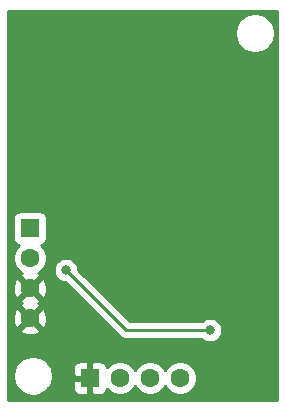
<source format=gbr>
%TF.GenerationSoftware,KiCad,Pcbnew,5.1.10*%
%TF.CreationDate,2021-09-22T17:39:45-07:00*%
%TF.ProjectId,Instrumentation-Amplifier,496e7374-7275-46d6-956e-746174696f6e,2.0*%
%TF.SameCoordinates,Original*%
%TF.FileFunction,Copper,L2,Bot*%
%TF.FilePolarity,Positive*%
%FSLAX46Y46*%
G04 Gerber Fmt 4.6, Leading zero omitted, Abs format (unit mm)*
G04 Created by KiCad (PCBNEW 5.1.10) date 2021-09-22 17:39:45*
%MOMM*%
%LPD*%
G01*
G04 APERTURE LIST*
%TA.AperFunction,ComponentPad*%
%ADD10R,1.605000X1.605000*%
%TD*%
%TA.AperFunction,ComponentPad*%
%ADD11C,1.605000*%
%TD*%
%TA.AperFunction,ViaPad*%
%ADD12C,0.800000*%
%TD*%
%TA.AperFunction,Conductor*%
%ADD13C,0.381000*%
%TD*%
%TA.AperFunction,Conductor*%
%ADD14C,0.254000*%
%TD*%
%TA.AperFunction,Conductor*%
%ADD15C,0.100000*%
%TD*%
G04 APERTURE END LIST*
D10*
%TO.P,J1,1*%
%TO.N,/+Vs*%
X106680000Y-119380000D03*
D11*
%TO.P,J1,2*%
%TO.N,/Vout*%
X106680000Y-121920000D03*
%TO.P,J1,3*%
%TO.N,Earth*%
X106680000Y-124460000D03*
%TO.P,J1,4*%
X106680000Y-127000000D03*
%TD*%
D10*
%TO.P,J2,1*%
%TO.N,Earth*%
X111760000Y-132080000D03*
D11*
%TO.P,J2,2*%
%TO.N,Net-(J2-Pad2)*%
X114300000Y-132080000D03*
%TO.P,J2,3*%
%TO.N,Net-(J2-Pad3)*%
X116840000Y-132080000D03*
%TO.P,J2,4*%
%TO.N,~*%
X119380000Y-132080000D03*
%TD*%
D12*
%TO.N,Earth*%
X118618000Y-130048000D03*
%TO.N,/Vout*%
X109728000Y-122936000D03*
X121920000Y-128016000D03*
%TD*%
D13*
%TO.N,Earth*%
X118618000Y-130048000D02*
X112268000Y-130048000D01*
X111760000Y-130556000D02*
X111760000Y-132080000D01*
X112268000Y-130048000D02*
X111760000Y-130556000D01*
D14*
%TO.N,/Vout*%
X114808000Y-128016000D02*
X121920000Y-128016000D01*
X109728000Y-122936000D02*
X114808000Y-128016000D01*
%TD*%
%TO.N,Earth*%
X127560000Y-133910000D02*
X104850000Y-133910000D01*
X104850000Y-131710842D01*
X105249000Y-131710842D01*
X105249000Y-132042758D01*
X105313754Y-132368296D01*
X105440772Y-132674947D01*
X105625175Y-132950925D01*
X105859875Y-133185625D01*
X106135853Y-133370028D01*
X106442504Y-133497046D01*
X106768042Y-133561800D01*
X107099958Y-133561800D01*
X107425496Y-133497046D01*
X107732147Y-133370028D01*
X108008125Y-133185625D01*
X108242825Y-132950925D01*
X108288545Y-132882500D01*
X110319428Y-132882500D01*
X110331688Y-133006982D01*
X110367998Y-133126680D01*
X110426963Y-133236994D01*
X110506315Y-133333685D01*
X110603006Y-133413037D01*
X110713320Y-133472002D01*
X110833018Y-133508312D01*
X110957500Y-133520572D01*
X111474250Y-133517500D01*
X111633000Y-133358750D01*
X111633000Y-132207000D01*
X110481250Y-132207000D01*
X110322500Y-132365750D01*
X110319428Y-132882500D01*
X108288545Y-132882500D01*
X108427228Y-132674947D01*
X108554246Y-132368296D01*
X108619000Y-132042758D01*
X108619000Y-131710842D01*
X108554246Y-131385304D01*
X108509593Y-131277500D01*
X110319428Y-131277500D01*
X110322500Y-131794250D01*
X110481250Y-131953000D01*
X111633000Y-131953000D01*
X111633000Y-130801250D01*
X111887000Y-130801250D01*
X111887000Y-131953000D01*
X111907000Y-131953000D01*
X111907000Y-132207000D01*
X111887000Y-132207000D01*
X111887000Y-133358750D01*
X112045750Y-133517500D01*
X112562500Y-133520572D01*
X112686982Y-133508312D01*
X112806680Y-133472002D01*
X112916994Y-133413037D01*
X113013685Y-133333685D01*
X113093037Y-133236994D01*
X113152002Y-133126680D01*
X113188312Y-133006982D01*
X113188826Y-133001758D01*
X113383647Y-133196579D01*
X113619089Y-133353896D01*
X113880697Y-133462257D01*
X114158419Y-133517500D01*
X114441581Y-133517500D01*
X114719303Y-133462257D01*
X114980911Y-133353896D01*
X115216353Y-133196579D01*
X115416579Y-132996353D01*
X115570000Y-132766742D01*
X115723421Y-132996353D01*
X115923647Y-133196579D01*
X116159089Y-133353896D01*
X116420697Y-133462257D01*
X116698419Y-133517500D01*
X116981581Y-133517500D01*
X117259303Y-133462257D01*
X117520911Y-133353896D01*
X117756353Y-133196579D01*
X117956579Y-132996353D01*
X118110000Y-132766742D01*
X118263421Y-132996353D01*
X118463647Y-133196579D01*
X118699089Y-133353896D01*
X118960697Y-133462257D01*
X119238419Y-133517500D01*
X119521581Y-133517500D01*
X119799303Y-133462257D01*
X120060911Y-133353896D01*
X120296353Y-133196579D01*
X120496579Y-132996353D01*
X120653896Y-132760911D01*
X120762257Y-132499303D01*
X120817500Y-132221581D01*
X120817500Y-131938419D01*
X120762257Y-131660697D01*
X120653896Y-131399089D01*
X120496579Y-131163647D01*
X120296353Y-130963421D01*
X120060911Y-130806104D01*
X119799303Y-130697743D01*
X119521581Y-130642500D01*
X119238419Y-130642500D01*
X118960697Y-130697743D01*
X118699089Y-130806104D01*
X118463647Y-130963421D01*
X118263421Y-131163647D01*
X118110000Y-131393258D01*
X117956579Y-131163647D01*
X117756353Y-130963421D01*
X117520911Y-130806104D01*
X117259303Y-130697743D01*
X116981581Y-130642500D01*
X116698419Y-130642500D01*
X116420697Y-130697743D01*
X116159089Y-130806104D01*
X115923647Y-130963421D01*
X115723421Y-131163647D01*
X115570000Y-131393258D01*
X115416579Y-131163647D01*
X115216353Y-130963421D01*
X114980911Y-130806104D01*
X114719303Y-130697743D01*
X114441581Y-130642500D01*
X114158419Y-130642500D01*
X113880697Y-130697743D01*
X113619089Y-130806104D01*
X113383647Y-130963421D01*
X113188826Y-131158242D01*
X113188312Y-131153018D01*
X113152002Y-131033320D01*
X113093037Y-130923006D01*
X113013685Y-130826315D01*
X112916994Y-130746963D01*
X112806680Y-130687998D01*
X112686982Y-130651688D01*
X112562500Y-130639428D01*
X112045750Y-130642500D01*
X111887000Y-130801250D01*
X111633000Y-130801250D01*
X111474250Y-130642500D01*
X110957500Y-130639428D01*
X110833018Y-130651688D01*
X110713320Y-130687998D01*
X110603006Y-130746963D01*
X110506315Y-130826315D01*
X110426963Y-130923006D01*
X110367998Y-131033320D01*
X110331688Y-131153018D01*
X110319428Y-131277500D01*
X108509593Y-131277500D01*
X108427228Y-131078653D01*
X108242825Y-130802675D01*
X108008125Y-130567975D01*
X107732147Y-130383572D01*
X107425496Y-130256554D01*
X107099958Y-130191800D01*
X106768042Y-130191800D01*
X106442504Y-130256554D01*
X106135853Y-130383572D01*
X105859875Y-130567975D01*
X105625175Y-130802675D01*
X105440772Y-131078653D01*
X105313754Y-131385304D01*
X105249000Y-131710842D01*
X104850000Y-131710842D01*
X104850000Y-127994487D01*
X105865118Y-127994487D01*
X105937004Y-128238712D01*
X106192941Y-128359862D01*
X106467596Y-128428752D01*
X106750413Y-128442738D01*
X107030524Y-128401279D01*
X107297165Y-128305970D01*
X107422996Y-128238712D01*
X107494882Y-127994487D01*
X106680000Y-127179605D01*
X105865118Y-127994487D01*
X104850000Y-127994487D01*
X104850000Y-127070413D01*
X105237262Y-127070413D01*
X105278721Y-127350524D01*
X105374030Y-127617165D01*
X105441288Y-127742996D01*
X105685513Y-127814882D01*
X106500395Y-127000000D01*
X106859605Y-127000000D01*
X107674487Y-127814882D01*
X107918712Y-127742996D01*
X108039862Y-127487059D01*
X108108752Y-127212404D01*
X108122738Y-126929587D01*
X108081279Y-126649476D01*
X107985970Y-126382835D01*
X107918712Y-126257004D01*
X107674487Y-126185118D01*
X106859605Y-127000000D01*
X106500395Y-127000000D01*
X105685513Y-126185118D01*
X105441288Y-126257004D01*
X105320138Y-126512941D01*
X105251248Y-126787596D01*
X105237262Y-127070413D01*
X104850000Y-127070413D01*
X104850000Y-125454487D01*
X105865118Y-125454487D01*
X105937004Y-125698712D01*
X105999091Y-125728102D01*
X105937004Y-125761288D01*
X105865118Y-126005513D01*
X106680000Y-126820395D01*
X107494882Y-126005513D01*
X107422996Y-125761288D01*
X107360909Y-125731898D01*
X107422996Y-125698712D01*
X107494882Y-125454487D01*
X106680000Y-124639605D01*
X105865118Y-125454487D01*
X104850000Y-125454487D01*
X104850000Y-124530413D01*
X105237262Y-124530413D01*
X105278721Y-124810524D01*
X105374030Y-125077165D01*
X105441288Y-125202996D01*
X105685513Y-125274882D01*
X106500395Y-124460000D01*
X106859605Y-124460000D01*
X107674487Y-125274882D01*
X107918712Y-125202996D01*
X108039862Y-124947059D01*
X108108752Y-124672404D01*
X108122738Y-124389587D01*
X108081279Y-124109476D01*
X107985970Y-123842835D01*
X107918712Y-123717004D01*
X107674487Y-123645118D01*
X106859605Y-124460000D01*
X106500395Y-124460000D01*
X105685513Y-123645118D01*
X105441288Y-123717004D01*
X105320138Y-123972941D01*
X105251248Y-124247596D01*
X105237262Y-124530413D01*
X104850000Y-124530413D01*
X104850000Y-118577500D01*
X105239428Y-118577500D01*
X105239428Y-120182500D01*
X105251688Y-120306982D01*
X105287998Y-120426680D01*
X105346963Y-120536994D01*
X105426315Y-120633685D01*
X105523006Y-120713037D01*
X105633320Y-120772002D01*
X105753018Y-120808312D01*
X105758242Y-120808826D01*
X105563421Y-121003647D01*
X105406104Y-121239089D01*
X105297743Y-121500697D01*
X105242500Y-121778419D01*
X105242500Y-122061581D01*
X105297743Y-122339303D01*
X105406104Y-122600911D01*
X105563421Y-122836353D01*
X105763647Y-123036579D01*
X105994272Y-123190678D01*
X105937004Y-123221288D01*
X105865118Y-123465513D01*
X106680000Y-124280395D01*
X107494882Y-123465513D01*
X107422996Y-123221288D01*
X107362660Y-123192727D01*
X107596353Y-123036579D01*
X107796579Y-122836353D01*
X107798110Y-122834061D01*
X108693000Y-122834061D01*
X108693000Y-123037939D01*
X108732774Y-123237898D01*
X108810795Y-123426256D01*
X108924063Y-123595774D01*
X109068226Y-123739937D01*
X109237744Y-123853205D01*
X109426102Y-123931226D01*
X109626061Y-123971000D01*
X109685370Y-123971000D01*
X114242721Y-128528352D01*
X114266578Y-128557422D01*
X114295648Y-128581279D01*
X114382607Y-128652645D01*
X114425879Y-128675774D01*
X114514985Y-128723402D01*
X114658622Y-128766974D01*
X114770574Y-128778000D01*
X114770577Y-128778000D01*
X114808000Y-128781686D01*
X114845423Y-128778000D01*
X121218289Y-128778000D01*
X121260226Y-128819937D01*
X121429744Y-128933205D01*
X121618102Y-129011226D01*
X121818061Y-129051000D01*
X122021939Y-129051000D01*
X122221898Y-129011226D01*
X122410256Y-128933205D01*
X122579774Y-128819937D01*
X122723937Y-128675774D01*
X122837205Y-128506256D01*
X122915226Y-128317898D01*
X122955000Y-128117939D01*
X122955000Y-127914061D01*
X122915226Y-127714102D01*
X122837205Y-127525744D01*
X122723937Y-127356226D01*
X122579774Y-127212063D01*
X122410256Y-127098795D01*
X122221898Y-127020774D01*
X122021939Y-126981000D01*
X121818061Y-126981000D01*
X121618102Y-127020774D01*
X121429744Y-127098795D01*
X121260226Y-127212063D01*
X121218289Y-127254000D01*
X115123631Y-127254000D01*
X110763000Y-122893370D01*
X110763000Y-122834061D01*
X110723226Y-122634102D01*
X110645205Y-122445744D01*
X110531937Y-122276226D01*
X110387774Y-122132063D01*
X110218256Y-122018795D01*
X110029898Y-121940774D01*
X109829939Y-121901000D01*
X109626061Y-121901000D01*
X109426102Y-121940774D01*
X109237744Y-122018795D01*
X109068226Y-122132063D01*
X108924063Y-122276226D01*
X108810795Y-122445744D01*
X108732774Y-122634102D01*
X108693000Y-122834061D01*
X107798110Y-122834061D01*
X107953896Y-122600911D01*
X108062257Y-122339303D01*
X108117500Y-122061581D01*
X108117500Y-121778419D01*
X108062257Y-121500697D01*
X107953896Y-121239089D01*
X107796579Y-121003647D01*
X107601758Y-120808826D01*
X107606982Y-120808312D01*
X107726680Y-120772002D01*
X107836994Y-120713037D01*
X107933685Y-120633685D01*
X108013037Y-120536994D01*
X108072002Y-120426680D01*
X108108312Y-120306982D01*
X108120572Y-120182500D01*
X108120572Y-118577500D01*
X108108312Y-118453018D01*
X108072002Y-118333320D01*
X108013037Y-118223006D01*
X107933685Y-118126315D01*
X107836994Y-118046963D01*
X107726680Y-117987998D01*
X107606982Y-117951688D01*
X107482500Y-117939428D01*
X105877500Y-117939428D01*
X105753018Y-117951688D01*
X105633320Y-117987998D01*
X105523006Y-118046963D01*
X105426315Y-118126315D01*
X105346963Y-118223006D01*
X105287998Y-118333320D01*
X105251688Y-118453018D01*
X105239428Y-118577500D01*
X104850000Y-118577500D01*
X104850000Y-102704042D01*
X124045000Y-102704042D01*
X124045000Y-103035958D01*
X124109754Y-103361496D01*
X124236772Y-103668147D01*
X124421175Y-103944125D01*
X124655875Y-104178825D01*
X124931853Y-104363228D01*
X125238504Y-104490246D01*
X125564042Y-104555000D01*
X125895958Y-104555000D01*
X126221496Y-104490246D01*
X126528147Y-104363228D01*
X126804125Y-104178825D01*
X127038825Y-103944125D01*
X127223228Y-103668147D01*
X127350246Y-103361496D01*
X127415000Y-103035958D01*
X127415000Y-102704042D01*
X127350246Y-102378504D01*
X127223228Y-102071853D01*
X127038825Y-101795875D01*
X126804125Y-101561175D01*
X126528147Y-101376772D01*
X126221496Y-101249754D01*
X125895958Y-101185000D01*
X125564042Y-101185000D01*
X125238504Y-101249754D01*
X124931853Y-101376772D01*
X124655875Y-101561175D01*
X124421175Y-101795875D01*
X124236772Y-102071853D01*
X124109754Y-102378504D01*
X124045000Y-102704042D01*
X104850000Y-102704042D01*
X104850000Y-101040000D01*
X127560001Y-101040000D01*
X127560000Y-133910000D01*
%TA.AperFunction,Conductor*%
D15*
G36*
X127560000Y-133910000D02*
G01*
X104850000Y-133910000D01*
X104850000Y-131710842D01*
X105249000Y-131710842D01*
X105249000Y-132042758D01*
X105313754Y-132368296D01*
X105440772Y-132674947D01*
X105625175Y-132950925D01*
X105859875Y-133185625D01*
X106135853Y-133370028D01*
X106442504Y-133497046D01*
X106768042Y-133561800D01*
X107099958Y-133561800D01*
X107425496Y-133497046D01*
X107732147Y-133370028D01*
X108008125Y-133185625D01*
X108242825Y-132950925D01*
X108288545Y-132882500D01*
X110319428Y-132882500D01*
X110331688Y-133006982D01*
X110367998Y-133126680D01*
X110426963Y-133236994D01*
X110506315Y-133333685D01*
X110603006Y-133413037D01*
X110713320Y-133472002D01*
X110833018Y-133508312D01*
X110957500Y-133520572D01*
X111474250Y-133517500D01*
X111633000Y-133358750D01*
X111633000Y-132207000D01*
X110481250Y-132207000D01*
X110322500Y-132365750D01*
X110319428Y-132882500D01*
X108288545Y-132882500D01*
X108427228Y-132674947D01*
X108554246Y-132368296D01*
X108619000Y-132042758D01*
X108619000Y-131710842D01*
X108554246Y-131385304D01*
X108509593Y-131277500D01*
X110319428Y-131277500D01*
X110322500Y-131794250D01*
X110481250Y-131953000D01*
X111633000Y-131953000D01*
X111633000Y-130801250D01*
X111887000Y-130801250D01*
X111887000Y-131953000D01*
X111907000Y-131953000D01*
X111907000Y-132207000D01*
X111887000Y-132207000D01*
X111887000Y-133358750D01*
X112045750Y-133517500D01*
X112562500Y-133520572D01*
X112686982Y-133508312D01*
X112806680Y-133472002D01*
X112916994Y-133413037D01*
X113013685Y-133333685D01*
X113093037Y-133236994D01*
X113152002Y-133126680D01*
X113188312Y-133006982D01*
X113188826Y-133001758D01*
X113383647Y-133196579D01*
X113619089Y-133353896D01*
X113880697Y-133462257D01*
X114158419Y-133517500D01*
X114441581Y-133517500D01*
X114719303Y-133462257D01*
X114980911Y-133353896D01*
X115216353Y-133196579D01*
X115416579Y-132996353D01*
X115570000Y-132766742D01*
X115723421Y-132996353D01*
X115923647Y-133196579D01*
X116159089Y-133353896D01*
X116420697Y-133462257D01*
X116698419Y-133517500D01*
X116981581Y-133517500D01*
X117259303Y-133462257D01*
X117520911Y-133353896D01*
X117756353Y-133196579D01*
X117956579Y-132996353D01*
X118110000Y-132766742D01*
X118263421Y-132996353D01*
X118463647Y-133196579D01*
X118699089Y-133353896D01*
X118960697Y-133462257D01*
X119238419Y-133517500D01*
X119521581Y-133517500D01*
X119799303Y-133462257D01*
X120060911Y-133353896D01*
X120296353Y-133196579D01*
X120496579Y-132996353D01*
X120653896Y-132760911D01*
X120762257Y-132499303D01*
X120817500Y-132221581D01*
X120817500Y-131938419D01*
X120762257Y-131660697D01*
X120653896Y-131399089D01*
X120496579Y-131163647D01*
X120296353Y-130963421D01*
X120060911Y-130806104D01*
X119799303Y-130697743D01*
X119521581Y-130642500D01*
X119238419Y-130642500D01*
X118960697Y-130697743D01*
X118699089Y-130806104D01*
X118463647Y-130963421D01*
X118263421Y-131163647D01*
X118110000Y-131393258D01*
X117956579Y-131163647D01*
X117756353Y-130963421D01*
X117520911Y-130806104D01*
X117259303Y-130697743D01*
X116981581Y-130642500D01*
X116698419Y-130642500D01*
X116420697Y-130697743D01*
X116159089Y-130806104D01*
X115923647Y-130963421D01*
X115723421Y-131163647D01*
X115570000Y-131393258D01*
X115416579Y-131163647D01*
X115216353Y-130963421D01*
X114980911Y-130806104D01*
X114719303Y-130697743D01*
X114441581Y-130642500D01*
X114158419Y-130642500D01*
X113880697Y-130697743D01*
X113619089Y-130806104D01*
X113383647Y-130963421D01*
X113188826Y-131158242D01*
X113188312Y-131153018D01*
X113152002Y-131033320D01*
X113093037Y-130923006D01*
X113013685Y-130826315D01*
X112916994Y-130746963D01*
X112806680Y-130687998D01*
X112686982Y-130651688D01*
X112562500Y-130639428D01*
X112045750Y-130642500D01*
X111887000Y-130801250D01*
X111633000Y-130801250D01*
X111474250Y-130642500D01*
X110957500Y-130639428D01*
X110833018Y-130651688D01*
X110713320Y-130687998D01*
X110603006Y-130746963D01*
X110506315Y-130826315D01*
X110426963Y-130923006D01*
X110367998Y-131033320D01*
X110331688Y-131153018D01*
X110319428Y-131277500D01*
X108509593Y-131277500D01*
X108427228Y-131078653D01*
X108242825Y-130802675D01*
X108008125Y-130567975D01*
X107732147Y-130383572D01*
X107425496Y-130256554D01*
X107099958Y-130191800D01*
X106768042Y-130191800D01*
X106442504Y-130256554D01*
X106135853Y-130383572D01*
X105859875Y-130567975D01*
X105625175Y-130802675D01*
X105440772Y-131078653D01*
X105313754Y-131385304D01*
X105249000Y-131710842D01*
X104850000Y-131710842D01*
X104850000Y-127994487D01*
X105865118Y-127994487D01*
X105937004Y-128238712D01*
X106192941Y-128359862D01*
X106467596Y-128428752D01*
X106750413Y-128442738D01*
X107030524Y-128401279D01*
X107297165Y-128305970D01*
X107422996Y-128238712D01*
X107494882Y-127994487D01*
X106680000Y-127179605D01*
X105865118Y-127994487D01*
X104850000Y-127994487D01*
X104850000Y-127070413D01*
X105237262Y-127070413D01*
X105278721Y-127350524D01*
X105374030Y-127617165D01*
X105441288Y-127742996D01*
X105685513Y-127814882D01*
X106500395Y-127000000D01*
X106859605Y-127000000D01*
X107674487Y-127814882D01*
X107918712Y-127742996D01*
X108039862Y-127487059D01*
X108108752Y-127212404D01*
X108122738Y-126929587D01*
X108081279Y-126649476D01*
X107985970Y-126382835D01*
X107918712Y-126257004D01*
X107674487Y-126185118D01*
X106859605Y-127000000D01*
X106500395Y-127000000D01*
X105685513Y-126185118D01*
X105441288Y-126257004D01*
X105320138Y-126512941D01*
X105251248Y-126787596D01*
X105237262Y-127070413D01*
X104850000Y-127070413D01*
X104850000Y-125454487D01*
X105865118Y-125454487D01*
X105937004Y-125698712D01*
X105999091Y-125728102D01*
X105937004Y-125761288D01*
X105865118Y-126005513D01*
X106680000Y-126820395D01*
X107494882Y-126005513D01*
X107422996Y-125761288D01*
X107360909Y-125731898D01*
X107422996Y-125698712D01*
X107494882Y-125454487D01*
X106680000Y-124639605D01*
X105865118Y-125454487D01*
X104850000Y-125454487D01*
X104850000Y-124530413D01*
X105237262Y-124530413D01*
X105278721Y-124810524D01*
X105374030Y-125077165D01*
X105441288Y-125202996D01*
X105685513Y-125274882D01*
X106500395Y-124460000D01*
X106859605Y-124460000D01*
X107674487Y-125274882D01*
X107918712Y-125202996D01*
X108039862Y-124947059D01*
X108108752Y-124672404D01*
X108122738Y-124389587D01*
X108081279Y-124109476D01*
X107985970Y-123842835D01*
X107918712Y-123717004D01*
X107674487Y-123645118D01*
X106859605Y-124460000D01*
X106500395Y-124460000D01*
X105685513Y-123645118D01*
X105441288Y-123717004D01*
X105320138Y-123972941D01*
X105251248Y-124247596D01*
X105237262Y-124530413D01*
X104850000Y-124530413D01*
X104850000Y-118577500D01*
X105239428Y-118577500D01*
X105239428Y-120182500D01*
X105251688Y-120306982D01*
X105287998Y-120426680D01*
X105346963Y-120536994D01*
X105426315Y-120633685D01*
X105523006Y-120713037D01*
X105633320Y-120772002D01*
X105753018Y-120808312D01*
X105758242Y-120808826D01*
X105563421Y-121003647D01*
X105406104Y-121239089D01*
X105297743Y-121500697D01*
X105242500Y-121778419D01*
X105242500Y-122061581D01*
X105297743Y-122339303D01*
X105406104Y-122600911D01*
X105563421Y-122836353D01*
X105763647Y-123036579D01*
X105994272Y-123190678D01*
X105937004Y-123221288D01*
X105865118Y-123465513D01*
X106680000Y-124280395D01*
X107494882Y-123465513D01*
X107422996Y-123221288D01*
X107362660Y-123192727D01*
X107596353Y-123036579D01*
X107796579Y-122836353D01*
X107798110Y-122834061D01*
X108693000Y-122834061D01*
X108693000Y-123037939D01*
X108732774Y-123237898D01*
X108810795Y-123426256D01*
X108924063Y-123595774D01*
X109068226Y-123739937D01*
X109237744Y-123853205D01*
X109426102Y-123931226D01*
X109626061Y-123971000D01*
X109685370Y-123971000D01*
X114242721Y-128528352D01*
X114266578Y-128557422D01*
X114295648Y-128581279D01*
X114382607Y-128652645D01*
X114425879Y-128675774D01*
X114514985Y-128723402D01*
X114658622Y-128766974D01*
X114770574Y-128778000D01*
X114770577Y-128778000D01*
X114808000Y-128781686D01*
X114845423Y-128778000D01*
X121218289Y-128778000D01*
X121260226Y-128819937D01*
X121429744Y-128933205D01*
X121618102Y-129011226D01*
X121818061Y-129051000D01*
X122021939Y-129051000D01*
X122221898Y-129011226D01*
X122410256Y-128933205D01*
X122579774Y-128819937D01*
X122723937Y-128675774D01*
X122837205Y-128506256D01*
X122915226Y-128317898D01*
X122955000Y-128117939D01*
X122955000Y-127914061D01*
X122915226Y-127714102D01*
X122837205Y-127525744D01*
X122723937Y-127356226D01*
X122579774Y-127212063D01*
X122410256Y-127098795D01*
X122221898Y-127020774D01*
X122021939Y-126981000D01*
X121818061Y-126981000D01*
X121618102Y-127020774D01*
X121429744Y-127098795D01*
X121260226Y-127212063D01*
X121218289Y-127254000D01*
X115123631Y-127254000D01*
X110763000Y-122893370D01*
X110763000Y-122834061D01*
X110723226Y-122634102D01*
X110645205Y-122445744D01*
X110531937Y-122276226D01*
X110387774Y-122132063D01*
X110218256Y-122018795D01*
X110029898Y-121940774D01*
X109829939Y-121901000D01*
X109626061Y-121901000D01*
X109426102Y-121940774D01*
X109237744Y-122018795D01*
X109068226Y-122132063D01*
X108924063Y-122276226D01*
X108810795Y-122445744D01*
X108732774Y-122634102D01*
X108693000Y-122834061D01*
X107798110Y-122834061D01*
X107953896Y-122600911D01*
X108062257Y-122339303D01*
X108117500Y-122061581D01*
X108117500Y-121778419D01*
X108062257Y-121500697D01*
X107953896Y-121239089D01*
X107796579Y-121003647D01*
X107601758Y-120808826D01*
X107606982Y-120808312D01*
X107726680Y-120772002D01*
X107836994Y-120713037D01*
X107933685Y-120633685D01*
X108013037Y-120536994D01*
X108072002Y-120426680D01*
X108108312Y-120306982D01*
X108120572Y-120182500D01*
X108120572Y-118577500D01*
X108108312Y-118453018D01*
X108072002Y-118333320D01*
X108013037Y-118223006D01*
X107933685Y-118126315D01*
X107836994Y-118046963D01*
X107726680Y-117987998D01*
X107606982Y-117951688D01*
X107482500Y-117939428D01*
X105877500Y-117939428D01*
X105753018Y-117951688D01*
X105633320Y-117987998D01*
X105523006Y-118046963D01*
X105426315Y-118126315D01*
X105346963Y-118223006D01*
X105287998Y-118333320D01*
X105251688Y-118453018D01*
X105239428Y-118577500D01*
X104850000Y-118577500D01*
X104850000Y-102704042D01*
X124045000Y-102704042D01*
X124045000Y-103035958D01*
X124109754Y-103361496D01*
X124236772Y-103668147D01*
X124421175Y-103944125D01*
X124655875Y-104178825D01*
X124931853Y-104363228D01*
X125238504Y-104490246D01*
X125564042Y-104555000D01*
X125895958Y-104555000D01*
X126221496Y-104490246D01*
X126528147Y-104363228D01*
X126804125Y-104178825D01*
X127038825Y-103944125D01*
X127223228Y-103668147D01*
X127350246Y-103361496D01*
X127415000Y-103035958D01*
X127415000Y-102704042D01*
X127350246Y-102378504D01*
X127223228Y-102071853D01*
X127038825Y-101795875D01*
X126804125Y-101561175D01*
X126528147Y-101376772D01*
X126221496Y-101249754D01*
X125895958Y-101185000D01*
X125564042Y-101185000D01*
X125238504Y-101249754D01*
X124931853Y-101376772D01*
X124655875Y-101561175D01*
X124421175Y-101795875D01*
X124236772Y-102071853D01*
X124109754Y-102378504D01*
X124045000Y-102704042D01*
X104850000Y-102704042D01*
X104850000Y-101040000D01*
X127560001Y-101040000D01*
X127560000Y-133910000D01*
G37*
%TD.AperFunction*%
%TD*%
M02*

</source>
